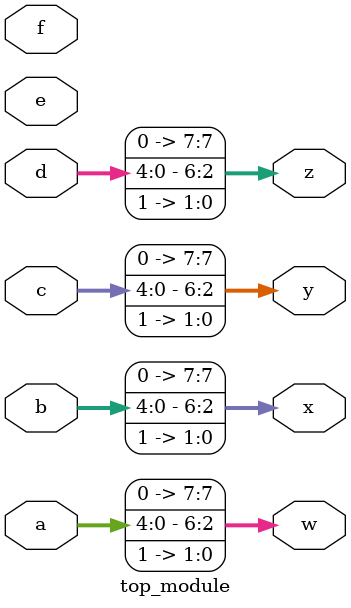
<source format=sv>
module top_module (
    input [4:0] a,
    input [4:0] b,
    input [4:0] c,
    input [4:0] d,
    input [4:0] e,
    input [4:0] f,
    output [7:0] w,
    output [7:0] x,
    output [7:0] y,
    output [7:0] z
);

    // Concatenate the inputs and assign to outputs
    assign w = {a, 2'b11};
    assign x = {b, 2'b11};
    assign y = {c, 2'b11};
    assign z = {d, 2'b11};

endmodule

</source>
